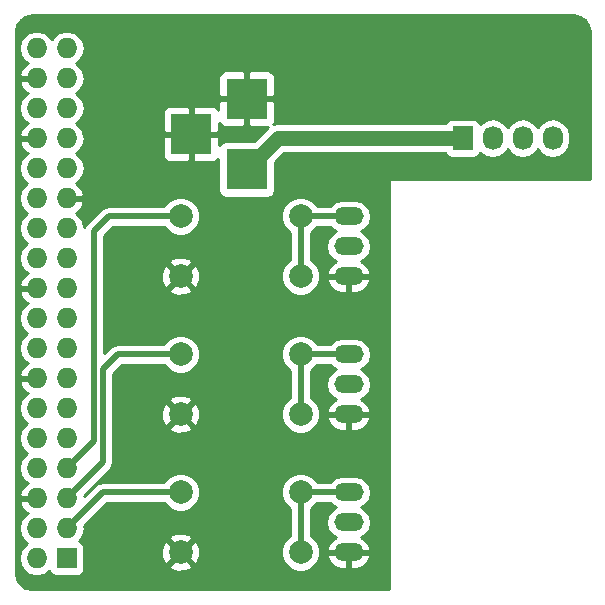
<source format=gtl>
G04 #@! TF.FileFunction,Copper,L1,Top,Signal*
%FSLAX46Y46*%
G04 Gerber Fmt 4.6, Leading zero omitted, Abs format (unit mm)*
G04 Created by KiCad (PCBNEW (2015-08-15 BZR 6094)-product) date Mon 17 Aug 2015 18:02:55 BST*
%MOMM*%
G01*
G04 APERTURE LIST*
%ADD10C,0.100000*%
%ADD11R,3.500120X3.500120*%
%ADD12R,1.727200X2.032000*%
%ADD13O,1.727200X2.032000*%
%ADD14C,1.998980*%
%ADD15O,2.499360X1.501140*%
%ADD16R,1.727200X1.727200*%
%ADD17O,1.727200X1.727200*%
%ADD18C,1.270000*%
%ADD19C,0.508000*%
%ADD20C,0.254000*%
G04 APERTURE END LIST*
D10*
D11*
X110236000Y-73764140D03*
X110236000Y-67764660D03*
X105537000Y-70764400D03*
D12*
X128524000Y-71120000D03*
D13*
X131064000Y-71120000D03*
X133604000Y-71120000D03*
X136144000Y-71120000D03*
D14*
X114808000Y-77724000D03*
X104648000Y-77724000D03*
X114808000Y-89408000D03*
X104648000Y-89408000D03*
X114808000Y-101092000D03*
X104648000Y-101092000D03*
X114808000Y-82804000D03*
X104648000Y-82804000D03*
X114808000Y-94488000D03*
X104648000Y-94488000D03*
X114808000Y-106172000D03*
X104648000Y-106172000D03*
D15*
X118872000Y-80264000D03*
X118872000Y-77724000D03*
X118872000Y-82804000D03*
X118872000Y-91948000D03*
X118872000Y-89408000D03*
X118872000Y-94488000D03*
X118872000Y-103632000D03*
X118872000Y-101092000D03*
X118872000Y-106172000D03*
D16*
X94996000Y-106680000D03*
D17*
X92456000Y-106680000D03*
X94996000Y-104140000D03*
X92456000Y-104140000D03*
X94996000Y-101600000D03*
X92456000Y-101600000D03*
X94996000Y-99060000D03*
X92456000Y-99060000D03*
X94996000Y-96520000D03*
X92456000Y-96520000D03*
X94996000Y-93980000D03*
X92456000Y-93980000D03*
X94996000Y-91440000D03*
X92456000Y-91440000D03*
X94996000Y-88900000D03*
X92456000Y-88900000D03*
X94996000Y-86360000D03*
X92456000Y-86360000D03*
X94996000Y-83820000D03*
X92456000Y-83820000D03*
X94996000Y-81280000D03*
X92456000Y-81280000D03*
X94996000Y-78740000D03*
X92456000Y-78740000D03*
X94996000Y-76200000D03*
X92456000Y-76200000D03*
X94996000Y-73660000D03*
X92456000Y-73660000D03*
X94996000Y-71120000D03*
X92456000Y-71120000D03*
X94996000Y-68580000D03*
X92456000Y-68580000D03*
X94996000Y-66040000D03*
X92456000Y-66040000D03*
X94996000Y-63500000D03*
X92456000Y-63500000D03*
D18*
X110236000Y-73764140D02*
X112880140Y-71120000D01*
X112880140Y-71120000D02*
X128524000Y-71120000D01*
D19*
X94996000Y-104140000D02*
X98044000Y-101092000D01*
X98044000Y-101092000D02*
X104648000Y-101092000D01*
X94996000Y-101600000D02*
X98044000Y-98552000D01*
X99314000Y-89408000D02*
X104648000Y-89408000D01*
X98044000Y-90678000D02*
X99314000Y-89408000D01*
X98044000Y-96520000D02*
X98044000Y-90678000D01*
X98044000Y-98552000D02*
X98044000Y-96520000D01*
X94996000Y-99060000D02*
X97282000Y-96774000D01*
X98552000Y-77724000D02*
X104648000Y-77724000D01*
X97282000Y-78994000D02*
X98552000Y-77724000D01*
X97282000Y-96774000D02*
X97282000Y-78994000D01*
X114808000Y-82804000D02*
X114808000Y-77724000D01*
X114808000Y-77724000D02*
X118872000Y-77724000D01*
X114808000Y-89408000D02*
X118872000Y-89408000D01*
X114808000Y-89408000D02*
X114808000Y-94488000D01*
X114808000Y-94488000D02*
X115062000Y-94488000D01*
X115062000Y-94488000D02*
X114808000Y-94488000D01*
X114808000Y-106172000D02*
X114808000Y-101092000D01*
X114808000Y-101092000D02*
X118872000Y-101092000D01*
D20*
G36*
X138488338Y-60821046D02*
X138902333Y-61097669D01*
X139178953Y-61511660D01*
X139290000Y-62069931D01*
X139290000Y-74598271D01*
X139283035Y-74587447D01*
X139241410Y-74559006D01*
X139192000Y-74549000D01*
X122428000Y-74549000D01*
X122381841Y-74557685D01*
X122339447Y-74584965D01*
X122311006Y-74626590D01*
X122301000Y-74676000D01*
X122301000Y-109220000D01*
X122309685Y-109266159D01*
X122325026Y-109290000D01*
X92069931Y-109290000D01*
X91511660Y-109178953D01*
X91097669Y-108902333D01*
X90821046Y-108488338D01*
X90710000Y-107930069D01*
X90710000Y-63500000D01*
X90928041Y-63500000D01*
X91042115Y-64073489D01*
X91366971Y-64559670D01*
X91690228Y-64775664D01*
X91567510Y-64833179D01*
X91173312Y-65265053D01*
X91001042Y-65680974D01*
X91122183Y-65913000D01*
X92329000Y-65913000D01*
X92329000Y-65893000D01*
X92583000Y-65893000D01*
X92583000Y-65913000D01*
X92603000Y-65913000D01*
X92603000Y-66167000D01*
X92583000Y-66167000D01*
X92583000Y-66187000D01*
X92329000Y-66187000D01*
X92329000Y-66167000D01*
X91122183Y-66167000D01*
X91001042Y-66399026D01*
X91173312Y-66814947D01*
X91567510Y-67246821D01*
X91690228Y-67304336D01*
X91366971Y-67520330D01*
X91042115Y-68006511D01*
X90928041Y-68580000D01*
X91042115Y-69153489D01*
X91366971Y-69639670D01*
X91690228Y-69855664D01*
X91567510Y-69913179D01*
X91173312Y-70345053D01*
X91001042Y-70760974D01*
X91122183Y-70993000D01*
X92329000Y-70993000D01*
X92329000Y-70973000D01*
X92583000Y-70973000D01*
X92583000Y-70993000D01*
X92603000Y-70993000D01*
X92603000Y-71247000D01*
X92583000Y-71247000D01*
X92583000Y-71267000D01*
X92329000Y-71267000D01*
X92329000Y-71247000D01*
X91122183Y-71247000D01*
X91001042Y-71479026D01*
X91173312Y-71894947D01*
X91567510Y-72326821D01*
X91690228Y-72384336D01*
X91366971Y-72600330D01*
X91042115Y-73086511D01*
X90928041Y-73660000D01*
X91042115Y-74233489D01*
X91366971Y-74719670D01*
X91681752Y-74930000D01*
X91366971Y-75140330D01*
X91042115Y-75626511D01*
X90928041Y-76200000D01*
X91042115Y-76773489D01*
X91366971Y-77259670D01*
X91681752Y-77470000D01*
X91366971Y-77680330D01*
X91042115Y-78166511D01*
X90928041Y-78740000D01*
X91042115Y-79313489D01*
X91366971Y-79799670D01*
X91681752Y-80010000D01*
X91366971Y-80220330D01*
X91042115Y-80706511D01*
X90928041Y-81280000D01*
X91042115Y-81853489D01*
X91366971Y-82339670D01*
X91690228Y-82555664D01*
X91567510Y-82613179D01*
X91173312Y-83045053D01*
X91001042Y-83460974D01*
X91122183Y-83693000D01*
X92329000Y-83693000D01*
X92329000Y-83673000D01*
X92583000Y-83673000D01*
X92583000Y-83693000D01*
X92603000Y-83693000D01*
X92603000Y-83947000D01*
X92583000Y-83947000D01*
X92583000Y-83967000D01*
X92329000Y-83967000D01*
X92329000Y-83947000D01*
X91122183Y-83947000D01*
X91001042Y-84179026D01*
X91173312Y-84594947D01*
X91567510Y-85026821D01*
X91690228Y-85084336D01*
X91366971Y-85300330D01*
X91042115Y-85786511D01*
X90928041Y-86360000D01*
X91042115Y-86933489D01*
X91366971Y-87419670D01*
X91681752Y-87630000D01*
X91366971Y-87840330D01*
X91042115Y-88326511D01*
X90928041Y-88900000D01*
X91042115Y-89473489D01*
X91366971Y-89959670D01*
X91690228Y-90175664D01*
X91567510Y-90233179D01*
X91173312Y-90665053D01*
X91001042Y-91080974D01*
X91122183Y-91313000D01*
X92329000Y-91313000D01*
X92329000Y-91293000D01*
X92583000Y-91293000D01*
X92583000Y-91313000D01*
X92603000Y-91313000D01*
X92603000Y-91567000D01*
X92583000Y-91567000D01*
X92583000Y-91587000D01*
X92329000Y-91587000D01*
X92329000Y-91567000D01*
X91122183Y-91567000D01*
X91001042Y-91799026D01*
X91173312Y-92214947D01*
X91567510Y-92646821D01*
X91690228Y-92704336D01*
X91366971Y-92920330D01*
X91042115Y-93406511D01*
X90928041Y-93980000D01*
X91042115Y-94553489D01*
X91366971Y-95039670D01*
X91681752Y-95250000D01*
X91366971Y-95460330D01*
X91042115Y-95946511D01*
X90928041Y-96520000D01*
X91042115Y-97093489D01*
X91366971Y-97579670D01*
X91681752Y-97790000D01*
X91366971Y-98000330D01*
X91042115Y-98486511D01*
X90928041Y-99060000D01*
X91042115Y-99633489D01*
X91366971Y-100119670D01*
X91690228Y-100335664D01*
X91567510Y-100393179D01*
X91173312Y-100825053D01*
X91001042Y-101240974D01*
X91122183Y-101473000D01*
X92329000Y-101473000D01*
X92329000Y-101453000D01*
X92583000Y-101453000D01*
X92583000Y-101473000D01*
X92603000Y-101473000D01*
X92603000Y-101727000D01*
X92583000Y-101727000D01*
X92583000Y-101747000D01*
X92329000Y-101747000D01*
X92329000Y-101727000D01*
X91122183Y-101727000D01*
X91001042Y-101959026D01*
X91173312Y-102374947D01*
X91567510Y-102806821D01*
X91690228Y-102864336D01*
X91366971Y-103080330D01*
X91042115Y-103566511D01*
X90928041Y-104140000D01*
X91042115Y-104713489D01*
X91366971Y-105199670D01*
X91681752Y-105410000D01*
X91366971Y-105620330D01*
X91042115Y-106106511D01*
X90928041Y-106680000D01*
X91042115Y-107253489D01*
X91366971Y-107739670D01*
X91853152Y-108064526D01*
X92426641Y-108178600D01*
X92485359Y-108178600D01*
X93058848Y-108064526D01*
X93524442Y-107753426D01*
X93529238Y-107778917D01*
X93668310Y-107995041D01*
X93880510Y-108140031D01*
X94132400Y-108191040D01*
X95859600Y-108191040D01*
X96094917Y-108146762D01*
X96311041Y-108007690D01*
X96456031Y-107795490D01*
X96507040Y-107543600D01*
X96507040Y-107324163D01*
X103675443Y-107324163D01*
X103774042Y-107590965D01*
X104383582Y-107817401D01*
X105033377Y-107793341D01*
X105521958Y-107590965D01*
X105620557Y-107324163D01*
X104648000Y-106351605D01*
X103675443Y-107324163D01*
X96507040Y-107324163D01*
X96507040Y-105907582D01*
X103002599Y-105907582D01*
X103026659Y-106557377D01*
X103229035Y-107045958D01*
X103495837Y-107144557D01*
X104468395Y-106172000D01*
X104827605Y-106172000D01*
X105800163Y-107144557D01*
X106066965Y-107045958D01*
X106293401Y-106436418D01*
X106269341Y-105786623D01*
X106066965Y-105298042D01*
X105800163Y-105199443D01*
X104827605Y-106172000D01*
X104468395Y-106172000D01*
X103495837Y-105199443D01*
X103229035Y-105298042D01*
X103002599Y-105907582D01*
X96507040Y-105907582D01*
X96507040Y-105816400D01*
X96462762Y-105581083D01*
X96323690Y-105364959D01*
X96111490Y-105219969D01*
X96067869Y-105211136D01*
X96085029Y-105199670D01*
X96205189Y-105019837D01*
X103675443Y-105019837D01*
X104648000Y-105992395D01*
X105620557Y-105019837D01*
X105521958Y-104753035D01*
X104912418Y-104526599D01*
X104262623Y-104550659D01*
X103774042Y-104753035D01*
X103675443Y-105019837D01*
X96205189Y-105019837D01*
X96409885Y-104713489D01*
X96523959Y-104140000D01*
X96479043Y-103914193D01*
X98412236Y-101981000D01*
X103246806Y-101981000D01*
X103261538Y-102016655D01*
X103720927Y-102476846D01*
X104321453Y-102726206D01*
X104971694Y-102726774D01*
X105572655Y-102478462D01*
X106032846Y-102019073D01*
X106282206Y-101418547D01*
X106282208Y-101415694D01*
X113173226Y-101415694D01*
X113421538Y-102016655D01*
X113880927Y-102476846D01*
X113919000Y-102492655D01*
X113919000Y-104770806D01*
X113883345Y-104785538D01*
X113423154Y-105244927D01*
X113173794Y-105845453D01*
X113173226Y-106495694D01*
X113421538Y-107096655D01*
X113880927Y-107556846D01*
X114481453Y-107806206D01*
X115131694Y-107806774D01*
X115732655Y-107558462D01*
X116192846Y-107099073D01*
X116436090Y-106513275D01*
X117030007Y-106513275D01*
X117044190Y-106584903D01*
X117303342Y-107061944D01*
X117725323Y-107403499D01*
X118245890Y-107557570D01*
X118745000Y-107557570D01*
X118745000Y-106299000D01*
X118999000Y-106299000D01*
X118999000Y-107557570D01*
X119498110Y-107557570D01*
X120018677Y-107403499D01*
X120440658Y-107061944D01*
X120699810Y-106584903D01*
X120713993Y-106513275D01*
X120591339Y-106299000D01*
X118999000Y-106299000D01*
X118745000Y-106299000D01*
X117152661Y-106299000D01*
X117030007Y-106513275D01*
X116436090Y-106513275D01*
X116442206Y-106498547D01*
X116442774Y-105848306D01*
X116194462Y-105247345D01*
X115735073Y-104787154D01*
X115697000Y-104771345D01*
X115697000Y-102493194D01*
X115732655Y-102478462D01*
X116192846Y-102019073D01*
X116208655Y-101981000D01*
X117295586Y-101981000D01*
X117356221Y-102071746D01*
X117790616Y-102362000D01*
X117356221Y-102652254D01*
X117055867Y-103101765D01*
X116950397Y-103632000D01*
X117055867Y-104162235D01*
X117356221Y-104611746D01*
X117805732Y-104912100D01*
X117815032Y-104913950D01*
X117725323Y-104940501D01*
X117303342Y-105282056D01*
X117044190Y-105759097D01*
X117030007Y-105830725D01*
X117152661Y-106045000D01*
X118745000Y-106045000D01*
X118745000Y-106025000D01*
X118999000Y-106025000D01*
X118999000Y-106045000D01*
X120591339Y-106045000D01*
X120713993Y-105830725D01*
X120699810Y-105759097D01*
X120440658Y-105282056D01*
X120018677Y-104940501D01*
X119928968Y-104913950D01*
X119938268Y-104912100D01*
X120387779Y-104611746D01*
X120688133Y-104162235D01*
X120793603Y-103632000D01*
X120688133Y-103101765D01*
X120387779Y-102652254D01*
X119953384Y-102362000D01*
X120387779Y-102071746D01*
X120688133Y-101622235D01*
X120793603Y-101092000D01*
X120688133Y-100561765D01*
X120387779Y-100112254D01*
X119938268Y-99811900D01*
X119408033Y-99706430D01*
X118335967Y-99706430D01*
X117805732Y-99811900D01*
X117356221Y-100112254D01*
X117295586Y-100203000D01*
X116209194Y-100203000D01*
X116194462Y-100167345D01*
X115735073Y-99707154D01*
X115134547Y-99457794D01*
X114484306Y-99457226D01*
X113883345Y-99705538D01*
X113423154Y-100164927D01*
X113173794Y-100765453D01*
X113173226Y-101415694D01*
X106282208Y-101415694D01*
X106282774Y-100768306D01*
X106034462Y-100167345D01*
X105575073Y-99707154D01*
X104974547Y-99457794D01*
X104324306Y-99457226D01*
X103723345Y-99705538D01*
X103263154Y-100164927D01*
X103247345Y-100203000D01*
X98044000Y-100203000D01*
X97703794Y-100270671D01*
X97520448Y-100393179D01*
X97415382Y-100463382D01*
X96483279Y-101395485D01*
X96479043Y-101374193D01*
X98672618Y-99180618D01*
X98753212Y-99060000D01*
X98865329Y-98892206D01*
X98933000Y-98552000D01*
X98933000Y-95640163D01*
X103675443Y-95640163D01*
X103774042Y-95906965D01*
X104383582Y-96133401D01*
X105033377Y-96109341D01*
X105521958Y-95906965D01*
X105620557Y-95640163D01*
X104648000Y-94667605D01*
X103675443Y-95640163D01*
X98933000Y-95640163D01*
X98933000Y-94223582D01*
X103002599Y-94223582D01*
X103026659Y-94873377D01*
X103229035Y-95361958D01*
X103495837Y-95460557D01*
X104468395Y-94488000D01*
X104827605Y-94488000D01*
X105800163Y-95460557D01*
X106066965Y-95361958D01*
X106293401Y-94752418D01*
X106269341Y-94102623D01*
X106066965Y-93614042D01*
X105800163Y-93515443D01*
X104827605Y-94488000D01*
X104468395Y-94488000D01*
X103495837Y-93515443D01*
X103229035Y-93614042D01*
X103002599Y-94223582D01*
X98933000Y-94223582D01*
X98933000Y-93335837D01*
X103675443Y-93335837D01*
X104648000Y-94308395D01*
X105620557Y-93335837D01*
X105521958Y-93069035D01*
X104912418Y-92842599D01*
X104262623Y-92866659D01*
X103774042Y-93069035D01*
X103675443Y-93335837D01*
X98933000Y-93335837D01*
X98933000Y-91046236D01*
X99682236Y-90297000D01*
X103246806Y-90297000D01*
X103261538Y-90332655D01*
X103720927Y-90792846D01*
X104321453Y-91042206D01*
X104971694Y-91042774D01*
X105572655Y-90794462D01*
X106032846Y-90335073D01*
X106282206Y-89734547D01*
X106282208Y-89731694D01*
X113173226Y-89731694D01*
X113421538Y-90332655D01*
X113880927Y-90792846D01*
X113919000Y-90808655D01*
X113919000Y-93086806D01*
X113883345Y-93101538D01*
X113423154Y-93560927D01*
X113173794Y-94161453D01*
X113173226Y-94811694D01*
X113421538Y-95412655D01*
X113880927Y-95872846D01*
X114481453Y-96122206D01*
X115131694Y-96122774D01*
X115732655Y-95874462D01*
X116192846Y-95415073D01*
X116436090Y-94829275D01*
X117030007Y-94829275D01*
X117044190Y-94900903D01*
X117303342Y-95377944D01*
X117725323Y-95719499D01*
X118245890Y-95873570D01*
X118745000Y-95873570D01*
X118745000Y-94615000D01*
X118999000Y-94615000D01*
X118999000Y-95873570D01*
X119498110Y-95873570D01*
X120018677Y-95719499D01*
X120440658Y-95377944D01*
X120699810Y-94900903D01*
X120713993Y-94829275D01*
X120591339Y-94615000D01*
X118999000Y-94615000D01*
X118745000Y-94615000D01*
X117152661Y-94615000D01*
X117030007Y-94829275D01*
X116436090Y-94829275D01*
X116442206Y-94814547D01*
X116442774Y-94164306D01*
X116194462Y-93563345D01*
X115735073Y-93103154D01*
X115697000Y-93087345D01*
X115697000Y-90809194D01*
X115732655Y-90794462D01*
X116192846Y-90335073D01*
X116208655Y-90297000D01*
X117295586Y-90297000D01*
X117356221Y-90387746D01*
X117790616Y-90678000D01*
X117356221Y-90968254D01*
X117055867Y-91417765D01*
X116950397Y-91948000D01*
X117055867Y-92478235D01*
X117356221Y-92927746D01*
X117805732Y-93228100D01*
X117815032Y-93229950D01*
X117725323Y-93256501D01*
X117303342Y-93598056D01*
X117044190Y-94075097D01*
X117030007Y-94146725D01*
X117152661Y-94361000D01*
X118745000Y-94361000D01*
X118745000Y-94341000D01*
X118999000Y-94341000D01*
X118999000Y-94361000D01*
X120591339Y-94361000D01*
X120713993Y-94146725D01*
X120699810Y-94075097D01*
X120440658Y-93598056D01*
X120018677Y-93256501D01*
X119928968Y-93229950D01*
X119938268Y-93228100D01*
X120387779Y-92927746D01*
X120688133Y-92478235D01*
X120793603Y-91948000D01*
X120688133Y-91417765D01*
X120387779Y-90968254D01*
X119953384Y-90678000D01*
X120387779Y-90387746D01*
X120688133Y-89938235D01*
X120793603Y-89408000D01*
X120688133Y-88877765D01*
X120387779Y-88428254D01*
X119938268Y-88127900D01*
X119408033Y-88022430D01*
X118335967Y-88022430D01*
X117805732Y-88127900D01*
X117356221Y-88428254D01*
X117295586Y-88519000D01*
X116209194Y-88519000D01*
X116194462Y-88483345D01*
X115735073Y-88023154D01*
X115134547Y-87773794D01*
X114484306Y-87773226D01*
X113883345Y-88021538D01*
X113423154Y-88480927D01*
X113173794Y-89081453D01*
X113173226Y-89731694D01*
X106282208Y-89731694D01*
X106282774Y-89084306D01*
X106034462Y-88483345D01*
X105575073Y-88023154D01*
X104974547Y-87773794D01*
X104324306Y-87773226D01*
X103723345Y-88021538D01*
X103263154Y-88480927D01*
X103247345Y-88519000D01*
X99314000Y-88519000D01*
X98973794Y-88586671D01*
X98685382Y-88779382D01*
X98171000Y-89293764D01*
X98171000Y-83956163D01*
X103675443Y-83956163D01*
X103774042Y-84222965D01*
X104383582Y-84449401D01*
X105033377Y-84425341D01*
X105521958Y-84222965D01*
X105620557Y-83956163D01*
X104648000Y-82983605D01*
X103675443Y-83956163D01*
X98171000Y-83956163D01*
X98171000Y-82539582D01*
X103002599Y-82539582D01*
X103026659Y-83189377D01*
X103229035Y-83677958D01*
X103495837Y-83776557D01*
X104468395Y-82804000D01*
X104827605Y-82804000D01*
X105800163Y-83776557D01*
X106066965Y-83677958D01*
X106293401Y-83068418D01*
X106269341Y-82418623D01*
X106066965Y-81930042D01*
X105800163Y-81831443D01*
X104827605Y-82804000D01*
X104468395Y-82804000D01*
X103495837Y-81831443D01*
X103229035Y-81930042D01*
X103002599Y-82539582D01*
X98171000Y-82539582D01*
X98171000Y-81651837D01*
X103675443Y-81651837D01*
X104648000Y-82624395D01*
X105620557Y-81651837D01*
X105521958Y-81385035D01*
X104912418Y-81158599D01*
X104262623Y-81182659D01*
X103774042Y-81385035D01*
X103675443Y-81651837D01*
X98171000Y-81651837D01*
X98171000Y-79362236D01*
X98920236Y-78613000D01*
X103246806Y-78613000D01*
X103261538Y-78648655D01*
X103720927Y-79108846D01*
X104321453Y-79358206D01*
X104971694Y-79358774D01*
X105572655Y-79110462D01*
X106032846Y-78651073D01*
X106282206Y-78050547D01*
X106282208Y-78047694D01*
X113173226Y-78047694D01*
X113421538Y-78648655D01*
X113880927Y-79108846D01*
X113919000Y-79124655D01*
X113919000Y-81402806D01*
X113883345Y-81417538D01*
X113423154Y-81876927D01*
X113173794Y-82477453D01*
X113173226Y-83127694D01*
X113421538Y-83728655D01*
X113880927Y-84188846D01*
X114481453Y-84438206D01*
X115131694Y-84438774D01*
X115732655Y-84190462D01*
X116192846Y-83731073D01*
X116436090Y-83145275D01*
X117030007Y-83145275D01*
X117044190Y-83216903D01*
X117303342Y-83693944D01*
X117725323Y-84035499D01*
X118245890Y-84189570D01*
X118745000Y-84189570D01*
X118745000Y-82931000D01*
X118999000Y-82931000D01*
X118999000Y-84189570D01*
X119498110Y-84189570D01*
X120018677Y-84035499D01*
X120440658Y-83693944D01*
X120699810Y-83216903D01*
X120713993Y-83145275D01*
X120591339Y-82931000D01*
X118999000Y-82931000D01*
X118745000Y-82931000D01*
X117152661Y-82931000D01*
X117030007Y-83145275D01*
X116436090Y-83145275D01*
X116442206Y-83130547D01*
X116442774Y-82480306D01*
X116194462Y-81879345D01*
X115735073Y-81419154D01*
X115697000Y-81403345D01*
X115697000Y-79125194D01*
X115732655Y-79110462D01*
X116192846Y-78651073D01*
X116208655Y-78613000D01*
X117295586Y-78613000D01*
X117356221Y-78703746D01*
X117790616Y-78994000D01*
X117356221Y-79284254D01*
X117055867Y-79733765D01*
X116950397Y-80264000D01*
X117055867Y-80794235D01*
X117356221Y-81243746D01*
X117805732Y-81544100D01*
X117815032Y-81545950D01*
X117725323Y-81572501D01*
X117303342Y-81914056D01*
X117044190Y-82391097D01*
X117030007Y-82462725D01*
X117152661Y-82677000D01*
X118745000Y-82677000D01*
X118745000Y-82657000D01*
X118999000Y-82657000D01*
X118999000Y-82677000D01*
X120591339Y-82677000D01*
X120713993Y-82462725D01*
X120699810Y-82391097D01*
X120440658Y-81914056D01*
X120018677Y-81572501D01*
X119928968Y-81545950D01*
X119938268Y-81544100D01*
X120387779Y-81243746D01*
X120688133Y-80794235D01*
X120793603Y-80264000D01*
X120688133Y-79733765D01*
X120387779Y-79284254D01*
X119953384Y-78994000D01*
X120387779Y-78703746D01*
X120688133Y-78254235D01*
X120793603Y-77724000D01*
X120688133Y-77193765D01*
X120387779Y-76744254D01*
X119938268Y-76443900D01*
X119408033Y-76338430D01*
X118335967Y-76338430D01*
X117805732Y-76443900D01*
X117356221Y-76744254D01*
X117295586Y-76835000D01*
X116209194Y-76835000D01*
X116194462Y-76799345D01*
X115735073Y-76339154D01*
X115134547Y-76089794D01*
X114484306Y-76089226D01*
X113883345Y-76337538D01*
X113423154Y-76796927D01*
X113173794Y-77397453D01*
X113173226Y-78047694D01*
X106282208Y-78047694D01*
X106282774Y-77400306D01*
X106034462Y-76799345D01*
X105575073Y-76339154D01*
X104974547Y-76089794D01*
X104324306Y-76089226D01*
X103723345Y-76337538D01*
X103263154Y-76796927D01*
X103247345Y-76835000D01*
X98552000Y-76835000D01*
X98211794Y-76902671D01*
X97923382Y-77095382D01*
X96653382Y-78365382D01*
X96496227Y-78600581D01*
X96409885Y-78166511D01*
X96085029Y-77680330D01*
X95761772Y-77464336D01*
X95884490Y-77406821D01*
X96278688Y-76974947D01*
X96450958Y-76559026D01*
X96329817Y-76327000D01*
X95123000Y-76327000D01*
X95123000Y-76347000D01*
X94869000Y-76347000D01*
X94869000Y-76327000D01*
X94849000Y-76327000D01*
X94849000Y-76073000D01*
X94869000Y-76073000D01*
X94869000Y-76053000D01*
X95123000Y-76053000D01*
X95123000Y-76073000D01*
X96329817Y-76073000D01*
X96450958Y-75840974D01*
X96278688Y-75425053D01*
X95884490Y-74993179D01*
X95761772Y-74935664D01*
X96085029Y-74719670D01*
X96409885Y-74233489D01*
X96523959Y-73660000D01*
X96409885Y-73086511D01*
X96085029Y-72600330D01*
X95770248Y-72390000D01*
X96085029Y-72179670D01*
X96409885Y-71693489D01*
X96523959Y-71120000D01*
X96510065Y-71050150D01*
X103151940Y-71050150D01*
X103151940Y-72640769D01*
X103248613Y-72874158D01*
X103427241Y-73052787D01*
X103660630Y-73149460D01*
X105251250Y-73149460D01*
X105410000Y-72990710D01*
X105410000Y-70891400D01*
X105664000Y-70891400D01*
X105664000Y-72990710D01*
X105822750Y-73149460D01*
X107413370Y-73149460D01*
X107646759Y-73052787D01*
X107825387Y-72874158D01*
X107838500Y-72842500D01*
X107838500Y-75514200D01*
X107882778Y-75749517D01*
X108021850Y-75965641D01*
X108234050Y-76110631D01*
X108485940Y-76161640D01*
X111986060Y-76161640D01*
X112221377Y-76117362D01*
X112437501Y-75978290D01*
X112582491Y-75766090D01*
X112633500Y-75514200D01*
X112633500Y-73162691D01*
X113406191Y-72390000D01*
X127069260Y-72390000D01*
X127196310Y-72587441D01*
X127408510Y-72732431D01*
X127660400Y-72783440D01*
X129387600Y-72783440D01*
X129622917Y-72739162D01*
X129839041Y-72600090D01*
X129984031Y-72387890D01*
X129992400Y-72346561D01*
X130004330Y-72364415D01*
X130490511Y-72689271D01*
X131064000Y-72803345D01*
X131637489Y-72689271D01*
X132123670Y-72364415D01*
X132334000Y-72049634D01*
X132544330Y-72364415D01*
X133030511Y-72689271D01*
X133604000Y-72803345D01*
X134177489Y-72689271D01*
X134663670Y-72364415D01*
X134874000Y-72049634D01*
X135084330Y-72364415D01*
X135570511Y-72689271D01*
X136144000Y-72803345D01*
X136717489Y-72689271D01*
X137203670Y-72364415D01*
X137528526Y-71878234D01*
X137642600Y-71304745D01*
X137642600Y-70935255D01*
X137528526Y-70361766D01*
X137203670Y-69875585D01*
X136717489Y-69550729D01*
X136144000Y-69436655D01*
X135570511Y-69550729D01*
X135084330Y-69875585D01*
X134874000Y-70190366D01*
X134663670Y-69875585D01*
X134177489Y-69550729D01*
X133604000Y-69436655D01*
X133030511Y-69550729D01*
X132544330Y-69875585D01*
X132334000Y-70190366D01*
X132123670Y-69875585D01*
X131637489Y-69550729D01*
X131064000Y-69436655D01*
X130490511Y-69550729D01*
X130004330Y-69875585D01*
X129994757Y-69889913D01*
X129990762Y-69868683D01*
X129851690Y-69652559D01*
X129639490Y-69507569D01*
X129387600Y-69456560D01*
X127660400Y-69456560D01*
X127425083Y-69500838D01*
X127208959Y-69639910D01*
X127065411Y-69850000D01*
X112880145Y-69850000D01*
X112880140Y-69849999D01*
X112466534Y-69932271D01*
X112524387Y-69874418D01*
X112621060Y-69641029D01*
X112621060Y-68050410D01*
X112462310Y-67891660D01*
X110363000Y-67891660D01*
X110363000Y-69990970D01*
X110521750Y-70149720D01*
X112090250Y-70149720D01*
X111982114Y-70221974D01*
X111982112Y-70221977D01*
X110837449Y-71366640D01*
X108485940Y-71366640D01*
X108250623Y-71410918D01*
X108034499Y-71549990D01*
X107922060Y-71714550D01*
X107922060Y-71050150D01*
X107763310Y-70891400D01*
X105664000Y-70891400D01*
X105410000Y-70891400D01*
X103310690Y-70891400D01*
X103151940Y-71050150D01*
X96510065Y-71050150D01*
X96409885Y-70546511D01*
X96085029Y-70060330D01*
X95770248Y-69850000D01*
X96085029Y-69639670D01*
X96409885Y-69153489D01*
X96462687Y-68888031D01*
X103151940Y-68888031D01*
X103151940Y-70478650D01*
X103310690Y-70637400D01*
X105410000Y-70637400D01*
X105410000Y-68538090D01*
X105664000Y-68538090D01*
X105664000Y-70637400D01*
X107763310Y-70637400D01*
X107922060Y-70478650D01*
X107922060Y-69812728D01*
X107947613Y-69874418D01*
X108126241Y-70053047D01*
X108359630Y-70149720D01*
X109950250Y-70149720D01*
X110109000Y-69990970D01*
X110109000Y-67891660D01*
X108009690Y-67891660D01*
X107850940Y-68050410D01*
X107850940Y-68716332D01*
X107825387Y-68654642D01*
X107646759Y-68476013D01*
X107413370Y-68379340D01*
X105822750Y-68379340D01*
X105664000Y-68538090D01*
X105410000Y-68538090D01*
X105251250Y-68379340D01*
X103660630Y-68379340D01*
X103427241Y-68476013D01*
X103248613Y-68654642D01*
X103151940Y-68888031D01*
X96462687Y-68888031D01*
X96523959Y-68580000D01*
X96409885Y-68006511D01*
X96085029Y-67520330D01*
X95770248Y-67310000D01*
X96085029Y-67099670D01*
X96409885Y-66613489D01*
X96523959Y-66040000D01*
X96493783Y-65888291D01*
X107850940Y-65888291D01*
X107850940Y-67478910D01*
X108009690Y-67637660D01*
X110109000Y-67637660D01*
X110109000Y-65538350D01*
X110363000Y-65538350D01*
X110363000Y-67637660D01*
X112462310Y-67637660D01*
X112621060Y-67478910D01*
X112621060Y-65888291D01*
X112524387Y-65654902D01*
X112345759Y-65476273D01*
X112112370Y-65379600D01*
X110521750Y-65379600D01*
X110363000Y-65538350D01*
X110109000Y-65538350D01*
X109950250Y-65379600D01*
X108359630Y-65379600D01*
X108126241Y-65476273D01*
X107947613Y-65654902D01*
X107850940Y-65888291D01*
X96493783Y-65888291D01*
X96409885Y-65466511D01*
X96085029Y-64980330D01*
X95770248Y-64770000D01*
X96085029Y-64559670D01*
X96409885Y-64073489D01*
X96523959Y-63500000D01*
X96409885Y-62926511D01*
X96085029Y-62440330D01*
X95598848Y-62115474D01*
X95025359Y-62001400D01*
X94966641Y-62001400D01*
X94393152Y-62115474D01*
X93906971Y-62440330D01*
X93726000Y-62711172D01*
X93545029Y-62440330D01*
X93058848Y-62115474D01*
X92485359Y-62001400D01*
X92426641Y-62001400D01*
X91853152Y-62115474D01*
X91366971Y-62440330D01*
X91042115Y-62926511D01*
X90928041Y-63500000D01*
X90710000Y-63500000D01*
X90710000Y-62069931D01*
X90821046Y-61511662D01*
X91097669Y-61097667D01*
X91511660Y-60821047D01*
X92069931Y-60710000D01*
X137930069Y-60710000D01*
X138488338Y-60821046D01*
X138488338Y-60821046D01*
G37*
X138488338Y-60821046D02*
X138902333Y-61097669D01*
X139178953Y-61511660D01*
X139290000Y-62069931D01*
X139290000Y-74598271D01*
X139283035Y-74587447D01*
X139241410Y-74559006D01*
X139192000Y-74549000D01*
X122428000Y-74549000D01*
X122381841Y-74557685D01*
X122339447Y-74584965D01*
X122311006Y-74626590D01*
X122301000Y-74676000D01*
X122301000Y-109220000D01*
X122309685Y-109266159D01*
X122325026Y-109290000D01*
X92069931Y-109290000D01*
X91511660Y-109178953D01*
X91097669Y-108902333D01*
X90821046Y-108488338D01*
X90710000Y-107930069D01*
X90710000Y-63500000D01*
X90928041Y-63500000D01*
X91042115Y-64073489D01*
X91366971Y-64559670D01*
X91690228Y-64775664D01*
X91567510Y-64833179D01*
X91173312Y-65265053D01*
X91001042Y-65680974D01*
X91122183Y-65913000D01*
X92329000Y-65913000D01*
X92329000Y-65893000D01*
X92583000Y-65893000D01*
X92583000Y-65913000D01*
X92603000Y-65913000D01*
X92603000Y-66167000D01*
X92583000Y-66167000D01*
X92583000Y-66187000D01*
X92329000Y-66187000D01*
X92329000Y-66167000D01*
X91122183Y-66167000D01*
X91001042Y-66399026D01*
X91173312Y-66814947D01*
X91567510Y-67246821D01*
X91690228Y-67304336D01*
X91366971Y-67520330D01*
X91042115Y-68006511D01*
X90928041Y-68580000D01*
X91042115Y-69153489D01*
X91366971Y-69639670D01*
X91690228Y-69855664D01*
X91567510Y-69913179D01*
X91173312Y-70345053D01*
X91001042Y-70760974D01*
X91122183Y-70993000D01*
X92329000Y-70993000D01*
X92329000Y-70973000D01*
X92583000Y-70973000D01*
X92583000Y-70993000D01*
X92603000Y-70993000D01*
X92603000Y-71247000D01*
X92583000Y-71247000D01*
X92583000Y-71267000D01*
X92329000Y-71267000D01*
X92329000Y-71247000D01*
X91122183Y-71247000D01*
X91001042Y-71479026D01*
X91173312Y-71894947D01*
X91567510Y-72326821D01*
X91690228Y-72384336D01*
X91366971Y-72600330D01*
X91042115Y-73086511D01*
X90928041Y-73660000D01*
X91042115Y-74233489D01*
X91366971Y-74719670D01*
X91681752Y-74930000D01*
X91366971Y-75140330D01*
X91042115Y-75626511D01*
X90928041Y-76200000D01*
X91042115Y-76773489D01*
X91366971Y-77259670D01*
X91681752Y-77470000D01*
X91366971Y-77680330D01*
X91042115Y-78166511D01*
X90928041Y-78740000D01*
X91042115Y-79313489D01*
X91366971Y-79799670D01*
X91681752Y-80010000D01*
X91366971Y-80220330D01*
X91042115Y-80706511D01*
X90928041Y-81280000D01*
X91042115Y-81853489D01*
X91366971Y-82339670D01*
X91690228Y-82555664D01*
X91567510Y-82613179D01*
X91173312Y-83045053D01*
X91001042Y-83460974D01*
X91122183Y-83693000D01*
X92329000Y-83693000D01*
X92329000Y-83673000D01*
X92583000Y-83673000D01*
X92583000Y-83693000D01*
X92603000Y-83693000D01*
X92603000Y-83947000D01*
X92583000Y-83947000D01*
X92583000Y-83967000D01*
X92329000Y-83967000D01*
X92329000Y-83947000D01*
X91122183Y-83947000D01*
X91001042Y-84179026D01*
X91173312Y-84594947D01*
X91567510Y-85026821D01*
X91690228Y-85084336D01*
X91366971Y-85300330D01*
X91042115Y-85786511D01*
X90928041Y-86360000D01*
X91042115Y-86933489D01*
X91366971Y-87419670D01*
X91681752Y-87630000D01*
X91366971Y-87840330D01*
X91042115Y-88326511D01*
X90928041Y-88900000D01*
X91042115Y-89473489D01*
X91366971Y-89959670D01*
X91690228Y-90175664D01*
X91567510Y-90233179D01*
X91173312Y-90665053D01*
X91001042Y-91080974D01*
X91122183Y-91313000D01*
X92329000Y-91313000D01*
X92329000Y-91293000D01*
X92583000Y-91293000D01*
X92583000Y-91313000D01*
X92603000Y-91313000D01*
X92603000Y-91567000D01*
X92583000Y-91567000D01*
X92583000Y-91587000D01*
X92329000Y-91587000D01*
X92329000Y-91567000D01*
X91122183Y-91567000D01*
X91001042Y-91799026D01*
X91173312Y-92214947D01*
X91567510Y-92646821D01*
X91690228Y-92704336D01*
X91366971Y-92920330D01*
X91042115Y-93406511D01*
X90928041Y-93980000D01*
X91042115Y-94553489D01*
X91366971Y-95039670D01*
X91681752Y-95250000D01*
X91366971Y-95460330D01*
X91042115Y-95946511D01*
X90928041Y-96520000D01*
X91042115Y-97093489D01*
X91366971Y-97579670D01*
X91681752Y-97790000D01*
X91366971Y-98000330D01*
X91042115Y-98486511D01*
X90928041Y-99060000D01*
X91042115Y-99633489D01*
X91366971Y-100119670D01*
X91690228Y-100335664D01*
X91567510Y-100393179D01*
X91173312Y-100825053D01*
X91001042Y-101240974D01*
X91122183Y-101473000D01*
X92329000Y-101473000D01*
X92329000Y-101453000D01*
X92583000Y-101453000D01*
X92583000Y-101473000D01*
X92603000Y-101473000D01*
X92603000Y-101727000D01*
X92583000Y-101727000D01*
X92583000Y-101747000D01*
X92329000Y-101747000D01*
X92329000Y-101727000D01*
X91122183Y-101727000D01*
X91001042Y-101959026D01*
X91173312Y-102374947D01*
X91567510Y-102806821D01*
X91690228Y-102864336D01*
X91366971Y-103080330D01*
X91042115Y-103566511D01*
X90928041Y-104140000D01*
X91042115Y-104713489D01*
X91366971Y-105199670D01*
X91681752Y-105410000D01*
X91366971Y-105620330D01*
X91042115Y-106106511D01*
X90928041Y-106680000D01*
X91042115Y-107253489D01*
X91366971Y-107739670D01*
X91853152Y-108064526D01*
X92426641Y-108178600D01*
X92485359Y-108178600D01*
X93058848Y-108064526D01*
X93524442Y-107753426D01*
X93529238Y-107778917D01*
X93668310Y-107995041D01*
X93880510Y-108140031D01*
X94132400Y-108191040D01*
X95859600Y-108191040D01*
X96094917Y-108146762D01*
X96311041Y-108007690D01*
X96456031Y-107795490D01*
X96507040Y-107543600D01*
X96507040Y-107324163D01*
X103675443Y-107324163D01*
X103774042Y-107590965D01*
X104383582Y-107817401D01*
X105033377Y-107793341D01*
X105521958Y-107590965D01*
X105620557Y-107324163D01*
X104648000Y-106351605D01*
X103675443Y-107324163D01*
X96507040Y-107324163D01*
X96507040Y-105907582D01*
X103002599Y-105907582D01*
X103026659Y-106557377D01*
X103229035Y-107045958D01*
X103495837Y-107144557D01*
X104468395Y-106172000D01*
X104827605Y-106172000D01*
X105800163Y-107144557D01*
X106066965Y-107045958D01*
X106293401Y-106436418D01*
X106269341Y-105786623D01*
X106066965Y-105298042D01*
X105800163Y-105199443D01*
X104827605Y-106172000D01*
X104468395Y-106172000D01*
X103495837Y-105199443D01*
X103229035Y-105298042D01*
X103002599Y-105907582D01*
X96507040Y-105907582D01*
X96507040Y-105816400D01*
X96462762Y-105581083D01*
X96323690Y-105364959D01*
X96111490Y-105219969D01*
X96067869Y-105211136D01*
X96085029Y-105199670D01*
X96205189Y-105019837D01*
X103675443Y-105019837D01*
X104648000Y-105992395D01*
X105620557Y-105019837D01*
X105521958Y-104753035D01*
X104912418Y-104526599D01*
X104262623Y-104550659D01*
X103774042Y-104753035D01*
X103675443Y-105019837D01*
X96205189Y-105019837D01*
X96409885Y-104713489D01*
X96523959Y-104140000D01*
X96479043Y-103914193D01*
X98412236Y-101981000D01*
X103246806Y-101981000D01*
X103261538Y-102016655D01*
X103720927Y-102476846D01*
X104321453Y-102726206D01*
X104971694Y-102726774D01*
X105572655Y-102478462D01*
X106032846Y-102019073D01*
X106282206Y-101418547D01*
X106282208Y-101415694D01*
X113173226Y-101415694D01*
X113421538Y-102016655D01*
X113880927Y-102476846D01*
X113919000Y-102492655D01*
X113919000Y-104770806D01*
X113883345Y-104785538D01*
X113423154Y-105244927D01*
X113173794Y-105845453D01*
X113173226Y-106495694D01*
X113421538Y-107096655D01*
X113880927Y-107556846D01*
X114481453Y-107806206D01*
X115131694Y-107806774D01*
X115732655Y-107558462D01*
X116192846Y-107099073D01*
X116436090Y-106513275D01*
X117030007Y-106513275D01*
X117044190Y-106584903D01*
X117303342Y-107061944D01*
X117725323Y-107403499D01*
X118245890Y-107557570D01*
X118745000Y-107557570D01*
X118745000Y-106299000D01*
X118999000Y-106299000D01*
X118999000Y-107557570D01*
X119498110Y-107557570D01*
X120018677Y-107403499D01*
X120440658Y-107061944D01*
X120699810Y-106584903D01*
X120713993Y-106513275D01*
X120591339Y-106299000D01*
X118999000Y-106299000D01*
X118745000Y-106299000D01*
X117152661Y-106299000D01*
X117030007Y-106513275D01*
X116436090Y-106513275D01*
X116442206Y-106498547D01*
X116442774Y-105848306D01*
X116194462Y-105247345D01*
X115735073Y-104787154D01*
X115697000Y-104771345D01*
X115697000Y-102493194D01*
X115732655Y-102478462D01*
X116192846Y-102019073D01*
X116208655Y-101981000D01*
X117295586Y-101981000D01*
X117356221Y-102071746D01*
X117790616Y-102362000D01*
X117356221Y-102652254D01*
X117055867Y-103101765D01*
X116950397Y-103632000D01*
X117055867Y-104162235D01*
X117356221Y-104611746D01*
X117805732Y-104912100D01*
X117815032Y-104913950D01*
X117725323Y-104940501D01*
X117303342Y-105282056D01*
X117044190Y-105759097D01*
X117030007Y-105830725D01*
X117152661Y-106045000D01*
X118745000Y-106045000D01*
X118745000Y-106025000D01*
X118999000Y-106025000D01*
X118999000Y-106045000D01*
X120591339Y-106045000D01*
X120713993Y-105830725D01*
X120699810Y-105759097D01*
X120440658Y-105282056D01*
X120018677Y-104940501D01*
X119928968Y-104913950D01*
X119938268Y-104912100D01*
X120387779Y-104611746D01*
X120688133Y-104162235D01*
X120793603Y-103632000D01*
X120688133Y-103101765D01*
X120387779Y-102652254D01*
X119953384Y-102362000D01*
X120387779Y-102071746D01*
X120688133Y-101622235D01*
X120793603Y-101092000D01*
X120688133Y-100561765D01*
X120387779Y-100112254D01*
X119938268Y-99811900D01*
X119408033Y-99706430D01*
X118335967Y-99706430D01*
X117805732Y-99811900D01*
X117356221Y-100112254D01*
X117295586Y-100203000D01*
X116209194Y-100203000D01*
X116194462Y-100167345D01*
X115735073Y-99707154D01*
X115134547Y-99457794D01*
X114484306Y-99457226D01*
X113883345Y-99705538D01*
X113423154Y-100164927D01*
X113173794Y-100765453D01*
X113173226Y-101415694D01*
X106282208Y-101415694D01*
X106282774Y-100768306D01*
X106034462Y-100167345D01*
X105575073Y-99707154D01*
X104974547Y-99457794D01*
X104324306Y-99457226D01*
X103723345Y-99705538D01*
X103263154Y-100164927D01*
X103247345Y-100203000D01*
X98044000Y-100203000D01*
X97703794Y-100270671D01*
X97520448Y-100393179D01*
X97415382Y-100463382D01*
X96483279Y-101395485D01*
X96479043Y-101374193D01*
X98672618Y-99180618D01*
X98753212Y-99060000D01*
X98865329Y-98892206D01*
X98933000Y-98552000D01*
X98933000Y-95640163D01*
X103675443Y-95640163D01*
X103774042Y-95906965D01*
X104383582Y-96133401D01*
X105033377Y-96109341D01*
X105521958Y-95906965D01*
X105620557Y-95640163D01*
X104648000Y-94667605D01*
X103675443Y-95640163D01*
X98933000Y-95640163D01*
X98933000Y-94223582D01*
X103002599Y-94223582D01*
X103026659Y-94873377D01*
X103229035Y-95361958D01*
X103495837Y-95460557D01*
X104468395Y-94488000D01*
X104827605Y-94488000D01*
X105800163Y-95460557D01*
X106066965Y-95361958D01*
X106293401Y-94752418D01*
X106269341Y-94102623D01*
X106066965Y-93614042D01*
X105800163Y-93515443D01*
X104827605Y-94488000D01*
X104468395Y-94488000D01*
X103495837Y-93515443D01*
X103229035Y-93614042D01*
X103002599Y-94223582D01*
X98933000Y-94223582D01*
X98933000Y-93335837D01*
X103675443Y-93335837D01*
X104648000Y-94308395D01*
X105620557Y-93335837D01*
X105521958Y-93069035D01*
X104912418Y-92842599D01*
X104262623Y-92866659D01*
X103774042Y-93069035D01*
X103675443Y-93335837D01*
X98933000Y-93335837D01*
X98933000Y-91046236D01*
X99682236Y-90297000D01*
X103246806Y-90297000D01*
X103261538Y-90332655D01*
X103720927Y-90792846D01*
X104321453Y-91042206D01*
X104971694Y-91042774D01*
X105572655Y-90794462D01*
X106032846Y-90335073D01*
X106282206Y-89734547D01*
X106282208Y-89731694D01*
X113173226Y-89731694D01*
X113421538Y-90332655D01*
X113880927Y-90792846D01*
X113919000Y-90808655D01*
X113919000Y-93086806D01*
X113883345Y-93101538D01*
X113423154Y-93560927D01*
X113173794Y-94161453D01*
X113173226Y-94811694D01*
X113421538Y-95412655D01*
X113880927Y-95872846D01*
X114481453Y-96122206D01*
X115131694Y-96122774D01*
X115732655Y-95874462D01*
X116192846Y-95415073D01*
X116436090Y-94829275D01*
X117030007Y-94829275D01*
X117044190Y-94900903D01*
X117303342Y-95377944D01*
X117725323Y-95719499D01*
X118245890Y-95873570D01*
X118745000Y-95873570D01*
X118745000Y-94615000D01*
X118999000Y-94615000D01*
X118999000Y-95873570D01*
X119498110Y-95873570D01*
X120018677Y-95719499D01*
X120440658Y-95377944D01*
X120699810Y-94900903D01*
X120713993Y-94829275D01*
X120591339Y-94615000D01*
X118999000Y-94615000D01*
X118745000Y-94615000D01*
X117152661Y-94615000D01*
X117030007Y-94829275D01*
X116436090Y-94829275D01*
X116442206Y-94814547D01*
X116442774Y-94164306D01*
X116194462Y-93563345D01*
X115735073Y-93103154D01*
X115697000Y-93087345D01*
X115697000Y-90809194D01*
X115732655Y-90794462D01*
X116192846Y-90335073D01*
X116208655Y-90297000D01*
X117295586Y-90297000D01*
X117356221Y-90387746D01*
X117790616Y-90678000D01*
X117356221Y-90968254D01*
X117055867Y-91417765D01*
X116950397Y-91948000D01*
X117055867Y-92478235D01*
X117356221Y-92927746D01*
X117805732Y-93228100D01*
X117815032Y-93229950D01*
X117725323Y-93256501D01*
X117303342Y-93598056D01*
X117044190Y-94075097D01*
X117030007Y-94146725D01*
X117152661Y-94361000D01*
X118745000Y-94361000D01*
X118745000Y-94341000D01*
X118999000Y-94341000D01*
X118999000Y-94361000D01*
X120591339Y-94361000D01*
X120713993Y-94146725D01*
X120699810Y-94075097D01*
X120440658Y-93598056D01*
X120018677Y-93256501D01*
X119928968Y-93229950D01*
X119938268Y-93228100D01*
X120387779Y-92927746D01*
X120688133Y-92478235D01*
X120793603Y-91948000D01*
X120688133Y-91417765D01*
X120387779Y-90968254D01*
X119953384Y-90678000D01*
X120387779Y-90387746D01*
X120688133Y-89938235D01*
X120793603Y-89408000D01*
X120688133Y-88877765D01*
X120387779Y-88428254D01*
X119938268Y-88127900D01*
X119408033Y-88022430D01*
X118335967Y-88022430D01*
X117805732Y-88127900D01*
X117356221Y-88428254D01*
X117295586Y-88519000D01*
X116209194Y-88519000D01*
X116194462Y-88483345D01*
X115735073Y-88023154D01*
X115134547Y-87773794D01*
X114484306Y-87773226D01*
X113883345Y-88021538D01*
X113423154Y-88480927D01*
X113173794Y-89081453D01*
X113173226Y-89731694D01*
X106282208Y-89731694D01*
X106282774Y-89084306D01*
X106034462Y-88483345D01*
X105575073Y-88023154D01*
X104974547Y-87773794D01*
X104324306Y-87773226D01*
X103723345Y-88021538D01*
X103263154Y-88480927D01*
X103247345Y-88519000D01*
X99314000Y-88519000D01*
X98973794Y-88586671D01*
X98685382Y-88779382D01*
X98171000Y-89293764D01*
X98171000Y-83956163D01*
X103675443Y-83956163D01*
X103774042Y-84222965D01*
X104383582Y-84449401D01*
X105033377Y-84425341D01*
X105521958Y-84222965D01*
X105620557Y-83956163D01*
X104648000Y-82983605D01*
X103675443Y-83956163D01*
X98171000Y-83956163D01*
X98171000Y-82539582D01*
X103002599Y-82539582D01*
X103026659Y-83189377D01*
X103229035Y-83677958D01*
X103495837Y-83776557D01*
X104468395Y-82804000D01*
X104827605Y-82804000D01*
X105800163Y-83776557D01*
X106066965Y-83677958D01*
X106293401Y-83068418D01*
X106269341Y-82418623D01*
X106066965Y-81930042D01*
X105800163Y-81831443D01*
X104827605Y-82804000D01*
X104468395Y-82804000D01*
X103495837Y-81831443D01*
X103229035Y-81930042D01*
X103002599Y-82539582D01*
X98171000Y-82539582D01*
X98171000Y-81651837D01*
X103675443Y-81651837D01*
X104648000Y-82624395D01*
X105620557Y-81651837D01*
X105521958Y-81385035D01*
X104912418Y-81158599D01*
X104262623Y-81182659D01*
X103774042Y-81385035D01*
X103675443Y-81651837D01*
X98171000Y-81651837D01*
X98171000Y-79362236D01*
X98920236Y-78613000D01*
X103246806Y-78613000D01*
X103261538Y-78648655D01*
X103720927Y-79108846D01*
X104321453Y-79358206D01*
X104971694Y-79358774D01*
X105572655Y-79110462D01*
X106032846Y-78651073D01*
X106282206Y-78050547D01*
X106282208Y-78047694D01*
X113173226Y-78047694D01*
X113421538Y-78648655D01*
X113880927Y-79108846D01*
X113919000Y-79124655D01*
X113919000Y-81402806D01*
X113883345Y-81417538D01*
X113423154Y-81876927D01*
X113173794Y-82477453D01*
X113173226Y-83127694D01*
X113421538Y-83728655D01*
X113880927Y-84188846D01*
X114481453Y-84438206D01*
X115131694Y-84438774D01*
X115732655Y-84190462D01*
X116192846Y-83731073D01*
X116436090Y-83145275D01*
X117030007Y-83145275D01*
X117044190Y-83216903D01*
X117303342Y-83693944D01*
X117725323Y-84035499D01*
X118245890Y-84189570D01*
X118745000Y-84189570D01*
X118745000Y-82931000D01*
X118999000Y-82931000D01*
X118999000Y-84189570D01*
X119498110Y-84189570D01*
X120018677Y-84035499D01*
X120440658Y-83693944D01*
X120699810Y-83216903D01*
X120713993Y-83145275D01*
X120591339Y-82931000D01*
X118999000Y-82931000D01*
X118745000Y-82931000D01*
X117152661Y-82931000D01*
X117030007Y-83145275D01*
X116436090Y-83145275D01*
X116442206Y-83130547D01*
X116442774Y-82480306D01*
X116194462Y-81879345D01*
X115735073Y-81419154D01*
X115697000Y-81403345D01*
X115697000Y-79125194D01*
X115732655Y-79110462D01*
X116192846Y-78651073D01*
X116208655Y-78613000D01*
X117295586Y-78613000D01*
X117356221Y-78703746D01*
X117790616Y-78994000D01*
X117356221Y-79284254D01*
X117055867Y-79733765D01*
X116950397Y-80264000D01*
X117055867Y-80794235D01*
X117356221Y-81243746D01*
X117805732Y-81544100D01*
X117815032Y-81545950D01*
X117725323Y-81572501D01*
X117303342Y-81914056D01*
X117044190Y-82391097D01*
X117030007Y-82462725D01*
X117152661Y-82677000D01*
X118745000Y-82677000D01*
X118745000Y-82657000D01*
X118999000Y-82657000D01*
X118999000Y-82677000D01*
X120591339Y-82677000D01*
X120713993Y-82462725D01*
X120699810Y-82391097D01*
X120440658Y-81914056D01*
X120018677Y-81572501D01*
X119928968Y-81545950D01*
X119938268Y-81544100D01*
X120387779Y-81243746D01*
X120688133Y-80794235D01*
X120793603Y-80264000D01*
X120688133Y-79733765D01*
X120387779Y-79284254D01*
X119953384Y-78994000D01*
X120387779Y-78703746D01*
X120688133Y-78254235D01*
X120793603Y-77724000D01*
X120688133Y-77193765D01*
X120387779Y-76744254D01*
X119938268Y-76443900D01*
X119408033Y-76338430D01*
X118335967Y-76338430D01*
X117805732Y-76443900D01*
X117356221Y-76744254D01*
X117295586Y-76835000D01*
X116209194Y-76835000D01*
X116194462Y-76799345D01*
X115735073Y-76339154D01*
X115134547Y-76089794D01*
X114484306Y-76089226D01*
X113883345Y-76337538D01*
X113423154Y-76796927D01*
X113173794Y-77397453D01*
X113173226Y-78047694D01*
X106282208Y-78047694D01*
X106282774Y-77400306D01*
X106034462Y-76799345D01*
X105575073Y-76339154D01*
X104974547Y-76089794D01*
X104324306Y-76089226D01*
X103723345Y-76337538D01*
X103263154Y-76796927D01*
X103247345Y-76835000D01*
X98552000Y-76835000D01*
X98211794Y-76902671D01*
X97923382Y-77095382D01*
X96653382Y-78365382D01*
X96496227Y-78600581D01*
X96409885Y-78166511D01*
X96085029Y-77680330D01*
X95761772Y-77464336D01*
X95884490Y-77406821D01*
X96278688Y-76974947D01*
X96450958Y-76559026D01*
X96329817Y-76327000D01*
X95123000Y-76327000D01*
X95123000Y-76347000D01*
X94869000Y-76347000D01*
X94869000Y-76327000D01*
X94849000Y-76327000D01*
X94849000Y-76073000D01*
X94869000Y-76073000D01*
X94869000Y-76053000D01*
X95123000Y-76053000D01*
X95123000Y-76073000D01*
X96329817Y-76073000D01*
X96450958Y-75840974D01*
X96278688Y-75425053D01*
X95884490Y-74993179D01*
X95761772Y-74935664D01*
X96085029Y-74719670D01*
X96409885Y-74233489D01*
X96523959Y-73660000D01*
X96409885Y-73086511D01*
X96085029Y-72600330D01*
X95770248Y-72390000D01*
X96085029Y-72179670D01*
X96409885Y-71693489D01*
X96523959Y-71120000D01*
X96510065Y-71050150D01*
X103151940Y-71050150D01*
X103151940Y-72640769D01*
X103248613Y-72874158D01*
X103427241Y-73052787D01*
X103660630Y-73149460D01*
X105251250Y-73149460D01*
X105410000Y-72990710D01*
X105410000Y-70891400D01*
X105664000Y-70891400D01*
X105664000Y-72990710D01*
X105822750Y-73149460D01*
X107413370Y-73149460D01*
X107646759Y-73052787D01*
X107825387Y-72874158D01*
X107838500Y-72842500D01*
X107838500Y-75514200D01*
X107882778Y-75749517D01*
X108021850Y-75965641D01*
X108234050Y-76110631D01*
X108485940Y-76161640D01*
X111986060Y-76161640D01*
X112221377Y-76117362D01*
X112437501Y-75978290D01*
X112582491Y-75766090D01*
X112633500Y-75514200D01*
X112633500Y-73162691D01*
X113406191Y-72390000D01*
X127069260Y-72390000D01*
X127196310Y-72587441D01*
X127408510Y-72732431D01*
X127660400Y-72783440D01*
X129387600Y-72783440D01*
X129622917Y-72739162D01*
X129839041Y-72600090D01*
X129984031Y-72387890D01*
X129992400Y-72346561D01*
X130004330Y-72364415D01*
X130490511Y-72689271D01*
X131064000Y-72803345D01*
X131637489Y-72689271D01*
X132123670Y-72364415D01*
X132334000Y-72049634D01*
X132544330Y-72364415D01*
X133030511Y-72689271D01*
X133604000Y-72803345D01*
X134177489Y-72689271D01*
X134663670Y-72364415D01*
X134874000Y-72049634D01*
X135084330Y-72364415D01*
X135570511Y-72689271D01*
X136144000Y-72803345D01*
X136717489Y-72689271D01*
X137203670Y-72364415D01*
X137528526Y-71878234D01*
X137642600Y-71304745D01*
X137642600Y-70935255D01*
X137528526Y-70361766D01*
X137203670Y-69875585D01*
X136717489Y-69550729D01*
X136144000Y-69436655D01*
X135570511Y-69550729D01*
X135084330Y-69875585D01*
X134874000Y-70190366D01*
X134663670Y-69875585D01*
X134177489Y-69550729D01*
X133604000Y-69436655D01*
X133030511Y-69550729D01*
X132544330Y-69875585D01*
X132334000Y-70190366D01*
X132123670Y-69875585D01*
X131637489Y-69550729D01*
X131064000Y-69436655D01*
X130490511Y-69550729D01*
X130004330Y-69875585D01*
X129994757Y-69889913D01*
X129990762Y-69868683D01*
X129851690Y-69652559D01*
X129639490Y-69507569D01*
X129387600Y-69456560D01*
X127660400Y-69456560D01*
X127425083Y-69500838D01*
X127208959Y-69639910D01*
X127065411Y-69850000D01*
X112880145Y-69850000D01*
X112880140Y-69849999D01*
X112466534Y-69932271D01*
X112524387Y-69874418D01*
X112621060Y-69641029D01*
X112621060Y-68050410D01*
X112462310Y-67891660D01*
X110363000Y-67891660D01*
X110363000Y-69990970D01*
X110521750Y-70149720D01*
X112090250Y-70149720D01*
X111982114Y-70221974D01*
X111982112Y-70221977D01*
X110837449Y-71366640D01*
X108485940Y-71366640D01*
X108250623Y-71410918D01*
X108034499Y-71549990D01*
X107922060Y-71714550D01*
X107922060Y-71050150D01*
X107763310Y-70891400D01*
X105664000Y-70891400D01*
X105410000Y-70891400D01*
X103310690Y-70891400D01*
X103151940Y-71050150D01*
X96510065Y-71050150D01*
X96409885Y-70546511D01*
X96085029Y-70060330D01*
X95770248Y-69850000D01*
X96085029Y-69639670D01*
X96409885Y-69153489D01*
X96462687Y-68888031D01*
X103151940Y-68888031D01*
X103151940Y-70478650D01*
X103310690Y-70637400D01*
X105410000Y-70637400D01*
X105410000Y-68538090D01*
X105664000Y-68538090D01*
X105664000Y-70637400D01*
X107763310Y-70637400D01*
X107922060Y-70478650D01*
X107922060Y-69812728D01*
X107947613Y-69874418D01*
X108126241Y-70053047D01*
X108359630Y-70149720D01*
X109950250Y-70149720D01*
X110109000Y-69990970D01*
X110109000Y-67891660D01*
X108009690Y-67891660D01*
X107850940Y-68050410D01*
X107850940Y-68716332D01*
X107825387Y-68654642D01*
X107646759Y-68476013D01*
X107413370Y-68379340D01*
X105822750Y-68379340D01*
X105664000Y-68538090D01*
X105410000Y-68538090D01*
X105251250Y-68379340D01*
X103660630Y-68379340D01*
X103427241Y-68476013D01*
X103248613Y-68654642D01*
X103151940Y-68888031D01*
X96462687Y-68888031D01*
X96523959Y-68580000D01*
X96409885Y-68006511D01*
X96085029Y-67520330D01*
X95770248Y-67310000D01*
X96085029Y-67099670D01*
X96409885Y-66613489D01*
X96523959Y-66040000D01*
X96493783Y-65888291D01*
X107850940Y-65888291D01*
X107850940Y-67478910D01*
X108009690Y-67637660D01*
X110109000Y-67637660D01*
X110109000Y-65538350D01*
X110363000Y-65538350D01*
X110363000Y-67637660D01*
X112462310Y-67637660D01*
X112621060Y-67478910D01*
X112621060Y-65888291D01*
X112524387Y-65654902D01*
X112345759Y-65476273D01*
X112112370Y-65379600D01*
X110521750Y-65379600D01*
X110363000Y-65538350D01*
X110109000Y-65538350D01*
X109950250Y-65379600D01*
X108359630Y-65379600D01*
X108126241Y-65476273D01*
X107947613Y-65654902D01*
X107850940Y-65888291D01*
X96493783Y-65888291D01*
X96409885Y-65466511D01*
X96085029Y-64980330D01*
X95770248Y-64770000D01*
X96085029Y-64559670D01*
X96409885Y-64073489D01*
X96523959Y-63500000D01*
X96409885Y-62926511D01*
X96085029Y-62440330D01*
X95598848Y-62115474D01*
X95025359Y-62001400D01*
X94966641Y-62001400D01*
X94393152Y-62115474D01*
X93906971Y-62440330D01*
X93726000Y-62711172D01*
X93545029Y-62440330D01*
X93058848Y-62115474D01*
X92485359Y-62001400D01*
X92426641Y-62001400D01*
X91853152Y-62115474D01*
X91366971Y-62440330D01*
X91042115Y-62926511D01*
X90928041Y-63500000D01*
X90710000Y-63500000D01*
X90710000Y-62069931D01*
X90821046Y-61511662D01*
X91097669Y-61097667D01*
X91511660Y-60821047D01*
X92069931Y-60710000D01*
X137930069Y-60710000D01*
X138488338Y-60821046D01*
G36*
X95123000Y-96393000D02*
X95143000Y-96393000D01*
X95143000Y-96647000D01*
X95123000Y-96647000D01*
X95123000Y-96667000D01*
X94869000Y-96667000D01*
X94869000Y-96647000D01*
X94849000Y-96647000D01*
X94849000Y-96393000D01*
X94869000Y-96393000D01*
X94869000Y-96373000D01*
X95123000Y-96373000D01*
X95123000Y-96393000D01*
X95123000Y-96393000D01*
G37*
X95123000Y-96393000D02*
X95143000Y-96393000D01*
X95143000Y-96647000D01*
X95123000Y-96647000D01*
X95123000Y-96667000D01*
X94869000Y-96667000D01*
X94869000Y-96647000D01*
X94849000Y-96647000D01*
X94849000Y-96393000D01*
X94869000Y-96393000D01*
X94869000Y-96373000D01*
X95123000Y-96373000D01*
X95123000Y-96393000D01*
M02*

</source>
